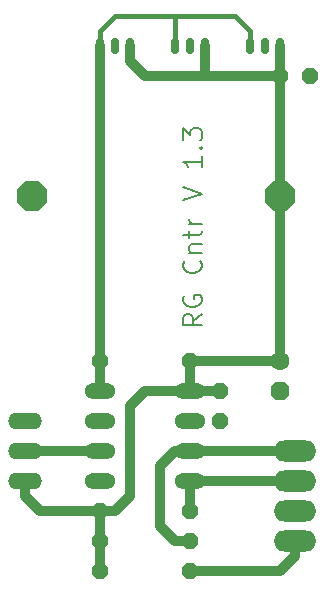
<source format=gbr>
%TF.GenerationSoftware,KiCad,Pcbnew,8.0.6*%
%TF.CreationDate,2025-06-26T12:50:08+02:00*%
%TF.ProjectId,PCF8583 1v3,50434638-3538-4332-9031-76332e6b6963,rev?*%
%TF.SameCoordinates,Original*%
%TF.FileFunction,Copper,L1,Top*%
%TF.FilePolarity,Positive*%
%FSLAX46Y46*%
G04 Gerber Fmt 4.6, Leading zero omitted, Abs format (unit mm)*
G04 Created by KiCad (PCBNEW 8.0.6) date 2025-06-26 12:50:08*
%MOMM*%
%LPD*%
G01*
G04 APERTURE LIST*
G04 Aperture macros list*
%AMOutline5P*
0 Free polygon, 5 corners , with rotation*
0 The origin of the aperture is its center*
0 number of corners: always 5*
0 $1 to $10 corner X, Y*
0 $11 Rotation angle, in degrees counterclockwise*
0 create outline with 5 corners*
4,1,5,$1,$2,$3,$4,$5,$6,$7,$8,$9,$10,$1,$2,$11*%
%AMOutline6P*
0 Free polygon, 6 corners , with rotation*
0 The origin of the aperture is its center*
0 number of corners: always 6*
0 $1 to $12 corner X, Y*
0 $13 Rotation angle, in degrees counterclockwise*
0 create outline with 6 corners*
4,1,6,$1,$2,$3,$4,$5,$6,$7,$8,$9,$10,$11,$12,$1,$2,$13*%
%AMOutline7P*
0 Free polygon, 7 corners , with rotation*
0 The origin of the aperture is its center*
0 number of corners: always 7*
0 $1 to $14 corner X, Y*
0 $15 Rotation angle, in degrees counterclockwise*
0 create outline with 7 corners*
4,1,7,$1,$2,$3,$4,$5,$6,$7,$8,$9,$10,$11,$12,$13,$14,$1,$2,$15*%
%AMOutline8P*
0 Free polygon, 8 corners , with rotation*
0 The origin of the aperture is its center*
0 number of corners: always 8*
0 $1 to $16 corner X, Y*
0 $17 Rotation angle, in degrees counterclockwise*
0 create outline with 8 corners*
4,1,8,$1,$2,$3,$4,$5,$6,$7,$8,$9,$10,$11,$12,$13,$14,$15,$16,$1,$2,$17*%
G04 Aperture macros list end*
%ADD10C,0.142240*%
%TA.AperFunction,NonConductor*%
%ADD11C,0.142240*%
%TD*%
%TA.AperFunction,ComponentPad*%
%ADD12O,2.641600X1.320800*%
%TD*%
%TA.AperFunction,ComponentPad*%
%ADD13Outline8P,-0.660400X0.273547X-0.273547X0.660400X0.273547X0.660400X0.660400X0.273547X0.660400X-0.273547X0.273547X-0.660400X-0.273547X-0.660400X-0.660400X-0.273547X0.000000*%
%TD*%
%TA.AperFunction,ComponentPad*%
%ADD14C,1.600200*%
%TD*%
%TA.AperFunction,ComponentPad*%
%ADD15Outline8P,-0.800100X0.331412X-0.331412X0.800100X0.331412X0.800100X0.800100X0.331412X0.800100X-0.331412X0.331412X-0.800100X-0.331412X-0.800100X-0.800100X-0.331412X270.000000*%
%TD*%
%TA.AperFunction,ComponentPad*%
%ADD16Outline8P,-0.660400X0.273547X-0.273547X0.660400X0.273547X0.660400X0.660400X0.273547X0.660400X-0.273547X0.273547X-0.660400X-0.273547X-0.660400X-0.660400X-0.273547X180.000000*%
%TD*%
%TA.AperFunction,ComponentPad*%
%ADD17Outline8P,-0.660400X0.273547X-0.273547X0.660400X0.273547X0.660400X0.660400X0.273547X0.660400X-0.273547X0.273547X-0.660400X-0.273547X-0.660400X-0.660400X-0.273547X270.000000*%
%TD*%
%TA.AperFunction,ComponentPad*%
%ADD18O,0.700000X1.400000*%
%TD*%
%TA.AperFunction,ComponentPad*%
%ADD19O,2.844800X1.422400*%
%TD*%
%TA.AperFunction,ComponentPad*%
%ADD20Outline8P,-1.270000X0.526051X-0.526051X1.270000X0.526051X1.270000X1.270000X0.526051X1.270000X-0.526051X0.526051X-1.270000X-0.526051X-1.270000X-1.270000X-0.526051X0.000000*%
%TD*%
%TA.AperFunction,ComponentPad*%
%ADD21O,3.600000X1.800000*%
%TD*%
%TA.AperFunction,Conductor*%
%ADD22C,0.812800*%
%TD*%
%TA.AperFunction,Conductor*%
%ADD23C,0.406400*%
%TD*%
G04 APERTURE END LIST*
D10*
D11*
X152268517Y-106120835D02*
X151489584Y-106666088D01*
X152268517Y-107055555D02*
X150632757Y-107055555D01*
X150632757Y-107055555D02*
X150632757Y-106432408D01*
X150632757Y-106432408D02*
X150710650Y-106276622D01*
X150710650Y-106276622D02*
X150788544Y-106198728D01*
X150788544Y-106198728D02*
X150944330Y-106120835D01*
X150944330Y-106120835D02*
X151178010Y-106120835D01*
X151178010Y-106120835D02*
X151333797Y-106198728D01*
X151333797Y-106198728D02*
X151411690Y-106276622D01*
X151411690Y-106276622D02*
X151489584Y-106432408D01*
X151489584Y-106432408D02*
X151489584Y-107055555D01*
X150710650Y-104562968D02*
X150632757Y-104718755D01*
X150632757Y-104718755D02*
X150632757Y-104952435D01*
X150632757Y-104952435D02*
X150710650Y-105186115D01*
X150710650Y-105186115D02*
X150866437Y-105341902D01*
X150866437Y-105341902D02*
X151022224Y-105419795D01*
X151022224Y-105419795D02*
X151333797Y-105497688D01*
X151333797Y-105497688D02*
X151567477Y-105497688D01*
X151567477Y-105497688D02*
X151879050Y-105419795D01*
X151879050Y-105419795D02*
X152034837Y-105341902D01*
X152034837Y-105341902D02*
X152190624Y-105186115D01*
X152190624Y-105186115D02*
X152268517Y-104952435D01*
X152268517Y-104952435D02*
X152268517Y-104796648D01*
X152268517Y-104796648D02*
X152190624Y-104562968D01*
X152190624Y-104562968D02*
X152112730Y-104485075D01*
X152112730Y-104485075D02*
X151567477Y-104485075D01*
X151567477Y-104485075D02*
X151567477Y-104796648D01*
X152112730Y-101603022D02*
X152190624Y-101680915D01*
X152190624Y-101680915D02*
X152268517Y-101914595D01*
X152268517Y-101914595D02*
X152268517Y-102070382D01*
X152268517Y-102070382D02*
X152190624Y-102304062D01*
X152190624Y-102304062D02*
X152034837Y-102459849D01*
X152034837Y-102459849D02*
X151879050Y-102537742D01*
X151879050Y-102537742D02*
X151567477Y-102615635D01*
X151567477Y-102615635D02*
X151333797Y-102615635D01*
X151333797Y-102615635D02*
X151022224Y-102537742D01*
X151022224Y-102537742D02*
X150866437Y-102459849D01*
X150866437Y-102459849D02*
X150710650Y-102304062D01*
X150710650Y-102304062D02*
X150632757Y-102070382D01*
X150632757Y-102070382D02*
X150632757Y-101914595D01*
X150632757Y-101914595D02*
X150710650Y-101680915D01*
X150710650Y-101680915D02*
X150788544Y-101603022D01*
X151178010Y-100901982D02*
X152268517Y-100901982D01*
X151333797Y-100901982D02*
X151255904Y-100824089D01*
X151255904Y-100824089D02*
X151178010Y-100668302D01*
X151178010Y-100668302D02*
X151178010Y-100434622D01*
X151178010Y-100434622D02*
X151255904Y-100278835D01*
X151255904Y-100278835D02*
X151411690Y-100200942D01*
X151411690Y-100200942D02*
X152268517Y-100200942D01*
X151178010Y-99655689D02*
X151178010Y-99032542D01*
X150632757Y-99422009D02*
X152034837Y-99422009D01*
X152034837Y-99422009D02*
X152190624Y-99344116D01*
X152190624Y-99344116D02*
X152268517Y-99188329D01*
X152268517Y-99188329D02*
X152268517Y-99032542D01*
X152268517Y-98487289D02*
X151178010Y-98487289D01*
X151489584Y-98487289D02*
X151333797Y-98409396D01*
X151333797Y-98409396D02*
X151255904Y-98331502D01*
X151255904Y-98331502D02*
X151178010Y-98175716D01*
X151178010Y-98175716D02*
X151178010Y-98019929D01*
X150632757Y-96462063D02*
X152268517Y-95916810D01*
X152268517Y-95916810D02*
X150632757Y-95371556D01*
X152268517Y-92723183D02*
X152268517Y-93657903D01*
X152268517Y-93190543D02*
X150632757Y-93190543D01*
X150632757Y-93190543D02*
X150866437Y-93346330D01*
X150866437Y-93346330D02*
X151022224Y-93502117D01*
X151022224Y-93502117D02*
X151100117Y-93657903D01*
X152112730Y-92022143D02*
X152190624Y-91944250D01*
X152190624Y-91944250D02*
X152268517Y-92022143D01*
X152268517Y-92022143D02*
X152190624Y-92100036D01*
X152190624Y-92100036D02*
X152112730Y-92022143D01*
X152112730Y-92022143D02*
X152268517Y-92022143D01*
X150632757Y-91398997D02*
X150632757Y-90386383D01*
X150632757Y-90386383D02*
X151255904Y-90931637D01*
X151255904Y-90931637D02*
X151255904Y-90697957D01*
X151255904Y-90697957D02*
X151333797Y-90542170D01*
X151333797Y-90542170D02*
X151411690Y-90464277D01*
X151411690Y-90464277D02*
X151567477Y-90386383D01*
X151567477Y-90386383D02*
X151956944Y-90386383D01*
X151956944Y-90386383D02*
X152112730Y-90464277D01*
X152112730Y-90464277D02*
X152190624Y-90542170D01*
X152190624Y-90542170D02*
X152268517Y-90697957D01*
X152268517Y-90697957D02*
X152268517Y-91165317D01*
X152268517Y-91165317D02*
X152190624Y-91321103D01*
X152190624Y-91321103D02*
X152112730Y-91398997D01*
D12*
%TO.P,IC1,8*%
%TO.N,VDD*%
X151206100Y-112618600D03*
%TO.P,IC1,7*%
%TO.N,N/C*%
X151206100Y-115158600D03*
%TO.P,IC1,6*%
%TO.N,SCL*%
X151206100Y-117698600D03*
%TO.P,IC1,5*%
%TO.N,SDA*%
X151206100Y-120238600D03*
%TO.P,IC1,4*%
%TO.N,GND*%
X143586100Y-120238600D03*
%TO.P,IC1,3*%
%TO.N,N$2*%
X143586100Y-117698600D03*
%TO.P,IC1,2*%
%TO.N,N/C*%
X143586100Y-115158600D03*
%TO.P,IC1,1*%
%TO.N,CNT*%
X143586100Y-112618600D03*
%TD*%
D13*
%TO.P,R1,2*%
%TO.N,VDD*%
X151206100Y-110078600D03*
%TO.P,R1,1*%
%TO.N,CNT*%
X143586100Y-110078600D03*
%TD*%
D14*
%TO.P,C1,+*%
%TO.N,VDD*%
X158826100Y-110078600D03*
D15*
%TO.P,C1,-*%
%TO.N,GND*%
X158826100Y-112618600D03*
%TD*%
D16*
%TO.P,R2,2*%
%TO.N,VDD*%
X143586100Y-125318600D03*
%TO.P,R2,1*%
%TO.N,SCL*%
X151206100Y-125318600D03*
%TD*%
%TO.P,R5,2*%
%TO.N,VDD*%
X143586100Y-122778600D03*
%TO.P,R5,1*%
%TO.N,SDA*%
X151206100Y-122778600D03*
%TD*%
D17*
%TO.P,C5,2*%
%TO.N,GND*%
X153746100Y-115158600D03*
%TO.P,C5,1*%
%TO.N,VDD*%
X153746100Y-112618600D03*
%TD*%
D18*
%TO.P,IC2,3*%
%TO.N,CNT*%
X143586100Y-83408600D03*
%TO.P,IC2,2*%
%TO.N,GND*%
X144856100Y-83408600D03*
%TO.P,IC2,1*%
%TO.N,VDD*%
X146126100Y-83408600D03*
%TD*%
D19*
%TO.P,J2,3*%
%TO.N,VDD*%
X137236100Y-120238600D03*
%TO.P,J2,2*%
%TO.N,N$2*%
X137236100Y-117698600D03*
%TO.P,J2,1*%
%TO.N,GND*%
X137236100Y-115158600D03*
%TD*%
D20*
%TO.P,VDD0,1*%
%TO.N,VDD*%
X158826100Y-96108600D03*
%TD*%
%TO.P,GND0,1*%
%TO.N,GND*%
X137871100Y-96108600D03*
%TD*%
D21*
%TO.P,X2,4*%
%TO.N,N$1*%
X160096100Y-125318600D03*
%TO.P,X2,3*%
%TO.N,GND*%
X160096100Y-122778600D03*
%TO.P,X2,2*%
%TO.N,SDA*%
X160096100Y-120238600D03*
%TO.P,X2,1*%
%TO.N,SCL*%
X160096100Y-117698600D03*
%TD*%
D13*
%TO.P,R3,2*%
%TO.N,N$1*%
X151206100Y-127858600D03*
%TO.P,R3,1*%
%TO.N,VDD*%
X143586100Y-127858600D03*
%TD*%
D18*
%TO.P,IC3,3*%
%TO.N,CNT*%
X149936100Y-83408600D03*
%TO.P,IC3,2*%
%TO.N,GND*%
X151206100Y-83408600D03*
%TO.P,IC3,1*%
%TO.N,VDD*%
X152476100Y-83408600D03*
%TD*%
%TO.P,IC4,3*%
%TO.N,CNT*%
X156286100Y-83408600D03*
%TO.P,IC4,2*%
%TO.N,GND*%
X157556100Y-83408600D03*
%TO.P,IC4,1*%
%TO.N,VDD*%
X158826100Y-83408600D03*
%TD*%
D13*
%TO.P,C2,2*%
%TO.N,GND*%
X161366100Y-85948600D03*
%TO.P,C2,1*%
%TO.N,VDD*%
X158826100Y-85948600D03*
%TD*%
D22*
%TO.N,N$1*%
X160096100Y-126588600D02*
X160096100Y-125318600D01*
X158826100Y-127858600D02*
X160096100Y-126588600D01*
X151206100Y-127858600D02*
X158826100Y-127858600D01*
%TO.N,SCL*%
X151206100Y-117698600D02*
X160096100Y-117698600D01*
X149936100Y-125318600D02*
X151206100Y-125318600D01*
X148666100Y-124048600D02*
X149936100Y-125318600D01*
X148666100Y-118968600D02*
X148666100Y-124048600D01*
X149936100Y-117698600D02*
X148666100Y-118968600D01*
X151206100Y-117698600D02*
X149936100Y-117698600D01*
%TO.N,N$2*%
X143586100Y-117698600D02*
X137236100Y-117698600D01*
D23*
%TO.N,CNT*%
X144856100Y-80868600D02*
X149936100Y-80868600D01*
X143586100Y-82138600D02*
X144856100Y-80868600D01*
X143586100Y-83408600D02*
X143586100Y-82138600D01*
X149936100Y-80868600D02*
X149936100Y-83408600D01*
X155016100Y-80868600D02*
X149936100Y-80868600D01*
X156286100Y-82138600D02*
X155016100Y-80868600D01*
X156286100Y-83408600D02*
X156286100Y-82138600D01*
D22*
X143586100Y-110078600D02*
X143586100Y-112618600D01*
X143586100Y-83408600D02*
X143586100Y-110078600D01*
%TO.N,VDD*%
X152476100Y-85948600D02*
X158826100Y-85948600D01*
X152476100Y-83408600D02*
X152476100Y-85948600D01*
X147396100Y-85948600D02*
X152476100Y-85948600D01*
X146126100Y-84678600D02*
X147396100Y-85948600D01*
X146126100Y-83408600D02*
X146126100Y-84678600D01*
X158826100Y-85948600D02*
X158826100Y-96108600D01*
X158826100Y-83408600D02*
X158826100Y-85948600D01*
X151206100Y-112618600D02*
X153746100Y-112618600D01*
X151206100Y-110078600D02*
X151206100Y-112618600D01*
X158826100Y-110078600D02*
X151206100Y-110078600D01*
X158826100Y-96108600D02*
X158826100Y-110078600D01*
X143586100Y-125318600D02*
X143586100Y-127858600D01*
X144856100Y-122778600D02*
X143586100Y-122778600D01*
X146126100Y-121508600D02*
X144856100Y-122778600D01*
X146126100Y-113888600D02*
X146126100Y-121508600D01*
X147396100Y-112618600D02*
X146126100Y-113888600D01*
X151206100Y-112618600D02*
X147396100Y-112618600D01*
X138506100Y-122778600D02*
X143586100Y-122778600D01*
X137236100Y-121508600D02*
X138506100Y-122778600D01*
X137236100Y-120238600D02*
X137236100Y-121508600D01*
X143586100Y-125318600D02*
X143586100Y-122778600D01*
%TO.N,SDA*%
X151206100Y-120238600D02*
X160096100Y-120238600D01*
X151206100Y-120238600D02*
X151206100Y-122778600D01*
%TD*%
M02*

</source>
